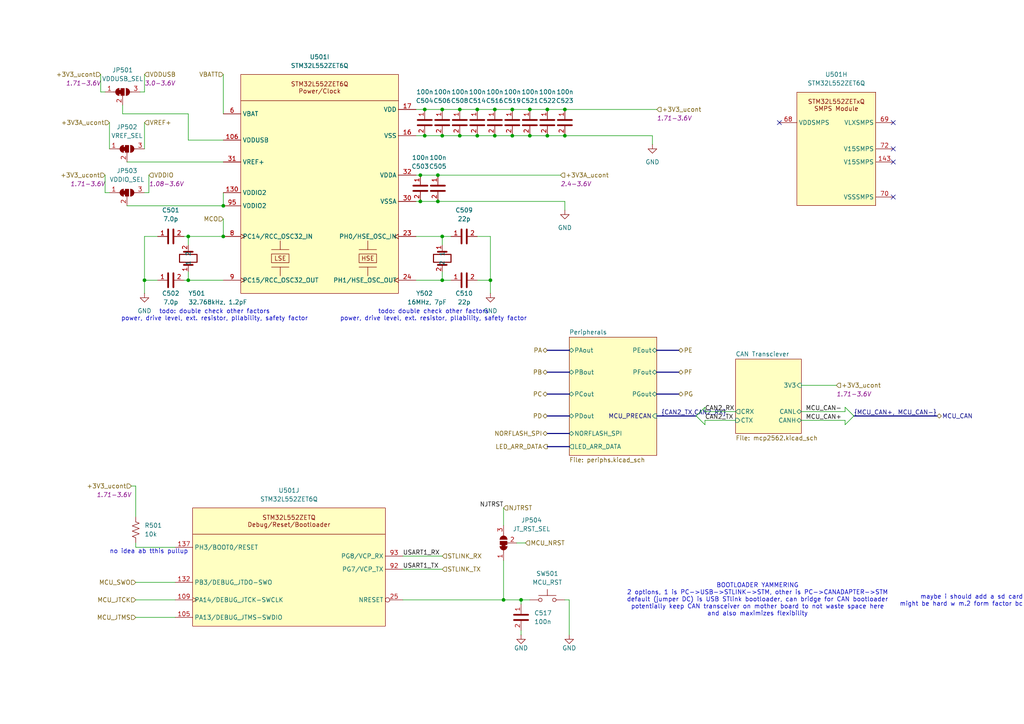
<source format=kicad_sch>
(kicad_sch (version 20250114) (generator "eeschema") (generator_version "9.0")
  (paper "A4")
  (lib_symbols
    (symbol "DUUC_lib:STM32L552ZET6Q"
      (property "Reference" "U?" (at 0 35.56 0))
      (property "Value" "STM32L552ZET6Q" (at 0 33.02 0))
      (symbol "STM32L552ZET6Q_1_1"
        (text "STM32L552ZET6Q\nPeripheral sec. A" (at 0 26.67 0) (effects (font (size 1.27 1.27))))
        (pin bidirectional line (at 2.54 17.78 180) (length 5.08) (name "PA0") (number "33"))
        (pin bidirectional line (at 2.54 12.7 180) (length 5.08) (name "PA1") (number "34"))
        (pin bidirectional line (at 2.54 7.62 180) (length 5.08) (name "PA2") (number "35"))
        (pin bidirectional line (at 2.54 2.54 180) (length 5.08) (name "PA3") (number "36"))
        (pin bidirectional line (at 2.54 -2.54 180) (length 5.08) (name "PA4") (number "39"))
        (pin bidirectional line (at 2.54 -7.62 180) (length 5.08) (name "PA5") (number "40"))
        (pin bidirectional line (at 2.54 -12.7 180) (length 5.08) (name "PA6") (number "41"))
        (pin bidirectional line (at 2.54 -17.78 180) (length 5.08) (name "PA7") (number "42"))
        (pin bidirectional line (at 2.54 -22.86 180) (length 5.08) (name "PA8") (number "100"))
        (pin bidirectional line (at 2.54 -27.94 180) (length 5.08) (name "PA9") (number "101"))
        (pin bidirectional line (at 2.54 -33.02 180) (length 5.08) (name "PA10") (number "102"))
        (pin bidirectional line (at 2.54 -38.1 180) (length 5.08) (name "PA11") (number "103"))
        (pin bidirectional line (at 2.54 -43.18 180) (length 5.08) (name "PA12") (number "104"))
        (pin bidirectional line (at 2.54 -48.26 180) (length 5.08) (name "PA15") (number "110"))
      )
      (symbol "STM32L552ZET6Q_2_1"
        (text "STM32L552ZET6Q\nPeripheral sec. B" (at 0 26.67 0) (effects (font (size 1.27 1.27))))
        (pin bidirectional line (at 2.54 17.78 180) (length 5.08) (name "PB0") (number "43"))
        (pin bidirectional line (at 2.54 12.7 180) (length 5.08) (name "PB1") (number "44"))
        (pin bidirectional line (at 2.54 7.62 180) (length 5.08) (name "PB2") (number "45"))
        (pin bidirectional line (at 2.54 2.54 180) (length 5.08) (name "PB4") (number "133"))
        (pin bidirectional line (at 2.54 -2.54 180) (length 5.08) (name "PB5") (number "134"))
        (pin bidirectional line (at 2.54 -7.62 180) (length 5.08) (name "PB6") (number "135"))
        (pin bidirectional line (at 2.54 -12.7 180) (length 5.08) (name "PB7") (number "136"))
        (pin bidirectional line (at 2.54 -17.78 180) (length 5.08) (name "PB8") (number "138"))
        (pin bidirectional line (at 2.54 -22.86 180) (length 5.08) (name "PB9") (number "139"))
        (pin bidirectional line (at 2.54 -27.94 180) (length 5.08) (name "PB10") (number "66"))
        (pin bidirectional line (at 2.54 -33.02 180) (length 5.08) (name "PB11") (number "67"))
        (pin bidirectional line (at 2.54 -38.1 180) (length 5.08) (name "PB13") (number "74"))
        (pin bidirectional line (at 2.54 -43.18 180) (length 5.08) (name "PB14") (number "75"))
        (pin bidirectional line (at 2.54 -48.26 180) (length 5.08) (name "PB15") (number "76"))
      )
      (symbol "STM32L552ZET6Q_3_1"
        (text "STM32L552ZET6Q\nPeripheral sec. C" (at 0 26.67 0) (effects (font (size 1.27 1.27))))
        (pin bidirectional line (at 2.54 17.78 180) (length 5.08) (name "PC0") (number "26"))
        (pin bidirectional line (at 2.54 12.7 180) (length 5.08) (name "PC1") (number "27"))
        (pin bidirectional line (at 2.54 7.62 180) (length 5.08) (name "PC2") (number "28"))
        (pin bidirectional line (at 2.54 2.54 180) (length 5.08) (name "PC3") (number "29"))
        (pin bidirectional line (at 2.54 -2.54 180) (length 5.08) (name "PC6") (number "96"))
        (pin bidirectional line (at 2.54 -7.62 180) (length 5.08) (name "PC7") (number "97"))
        (pin bidirectional line (at 2.54 -12.7 180) (length 5.08) (name "PC8") (number "98"))
        (pin bidirectional line (at 2.54 -17.78 180) (length 5.08) (name "PC9") (number "99"))
        (pin bidirectional line (at 2.54 -22.86 180) (length 5.08) (name "PC10") (number "111"))
        (pin bidirectional line (at 2.54 -27.94 180) (length 5.08) (name "PC11") (number "112"))
        (pin bidirectional line (at 2.54 -33.02 180) (length 5.08) (name "PC12") (number "113"))
        (pin bidirectional line (at 2.54 -38.1 180) (length 5.08) (name "PC13") (number "7"))
      )
      (symbol "STM32L552ZET6Q_4_1"
        (text "STM32L552ZET6Q\nPeripheral sec. D" (at 0 26.67 0) (effects (font (size 1.27 1.27))))
        (pin bidirectional line (at 2.54 17.78 180) (length 5.08) (name "PD0") (number "114"))
        (pin bidirectional line (at 2.54 12.7 180) (length 5.08) (name "PD1") (number "115"))
        (pin bidirectional line (at 2.54 7.62 180) (length 5.08) (name "PD2") (number "116"))
        (pin bidirectional line (at 2.54 2.54 180) (length 5.08) (name "PD3") (number "117"))
        (pin bidirectional line (at 2.54 -2.54 180) (length 5.08) (name "PD4") (number "118"))
        (pin bidirectional line (at 2.54 -7.62 180) (length 5.08) (name "PD5") (number "119"))
        (pin bidirectional line (at 2.54 -12.7 180) (length 5.08) (name "PD6") (number "122"))
        (pin bidirectional line (at 2.54 -17.78 180) (length 5.08) (name "PD7") (number "123"))
        (pin bidirectional line (at 2.54 -22.86 180) (length 5.08) (name "PD8") (number "77"))
        (pin bidirectional line (at 2.54 -27.94 180) (length 5.08) (name "PD9") (number "78"))
        (pin bidirectional line (at 2.54 -33.02 180) (length 5.08) (name "PD10") (number "79"))
        (pin bidirectional line (at 2.54 -38.1 180) (length 5.08) (name "PD11") (number "80"))
        (pin bidirectional line (at 2.54 -43.18 180) (length 5.08) (name "PD12") (number "81"))
        (pin bidirectional line (at 2.54 -48.26 180) (length 5.08) (name "PD13") (number "82"))
        (pin bidirectional line (at 2.54 -53.34 180) (length 5.08) (name "PD14") (number "85"))
        (pin bidirectional line (at 2.54 -58.42 180) (length 5.08) (name "PD15") (number "86"))
      )
      (symbol "STM32L552ZET6Q_5_1"
        (text "STM32L552ZET6Q\nPeripheral sec. E" (at 0 26.67 0) (effects (font (size 1.27 1.27))))
        (pin bidirectional line (at 2.54 17.78 180) (length 5.08) (name "PE0") (number "140"))
        (pin bidirectional line (at 2.54 12.7 180) (length 5.08) (name "PE1") (number "141"))
        (pin bidirectional line (at 2.54 7.62 180) (length 5.08) (name "PE2") (number "1"))
        (pin bidirectional line (at 2.54 2.54 180) (length 5.08) (name "PE3") (number "2"))
        (pin bidirectional line (at 2.54 -2.54 180) (length 5.08) (name "PE4") (number "3"))
        (pin bidirectional line (at 2.54 -7.62 180) (length 5.08) (name "PE5") (number "4"))
        (pin bidirectional line (at 2.54 -12.7 180) (length 5.08) (name "PE6") (number "5"))
        (pin bidirectional line (at 2.54 -17.78 180) (length 5.08) (name "PE7") (number "55"))
        (pin bidirectional line (at 2.54 -22.86 180) (length 5.08) (name "PE8") (number "56"))
        (pin bidirectional line (at 2.54 -27.94 180) (length 5.08) (name "PE9") (number "57"))
        (pin bidirectional line (at 2.54 -33.02 180) (length 5.08) (name "PE10") (number "60"))
        (pin bidirectional line (at 2.54 -38.1 180) (length 5.08) (name "PE11") (number "61"))
        (pin bidirectional line (at 2.54 -43.18 180) (length 5.08) (name "PE12") (number "62"))
        (pin bidirectional line (at 2.54 -48.26 180) (length 5.08) (name "PE13") (number "63"))
        (pin bidirectional line (at 2.54 -53.34 180) (length 5.08) (name "PE14") (number "64"))
        (pin bidirectional line (at 2.54 -58.42 180) (length 5.08) (name "PE15") (number "65"))
      )
      (symbol "STM32L552ZET6Q_6_1"
        (text "STM32L552ZET6Q\nPeripheral sec. F" (at 0 26.67 0) (effects (font (size 1.27 1.27))))
        (pin bidirectional line (at 2.54 17.78 180) (length 5.08) (name "PF0") (number "10"))
        (pin bidirectional line (at 2.54 12.7 180) (length 5.08) (name "PF1") (number "11"))
        (pin bidirectional line (at 2.54 7.62 180) (length 5.08) (name "PF2") (number "12"))
        (pin bidirectional line (at 2.54 2.54 180) (length 5.08) (name "PF3") (number "13"))
        (pin bidirectional line (at 2.54 -2.54 180) (length 5.08) (name "PF4") (number "14"))
        (pin bidirectional line (at 2.54 -7.62 180) (length 5.08) (name "PF5") (number "15"))
        (pin bidirectional line (at 2.54 -12.7 180) (length 5.08) (name "PF6") (number "18"))
        (pin bidirectional line (at 2.54 -17.78 180) (length 5.08) (name "PF7") (number "19"))
        (pin bidirectional line (at 2.54 -22.86 180) (length 5.08) (name "PF8") (number "20"))
        (pin bidirectional line (at 2.54 -27.94 180) (length 5.08) (name "PF9") (number "21"))
        (pin bidirectional line (at 2.54 -33.02 180) (length 5.08) (name "PF10") (number "22"))
        (pin bidirectional line (at 2.54 -38.1 180) (length 5.08) (name "PF11") (number "46"))
        (pin bidirectional line (at 2.54 -43.18 180) (length 5.08) (name "PF12") (number "47"))
        (pin bidirectional line (at 2.54 -48.26 180) (length 5.08) (name "PF13") (number "50"))
        (pin bidirectional line (at 2.54 -53.34 180) (length 5.08) (name "PF14") (number "51"))
        (pin bidirectional line (at 2.54 -58.42 180) (length 5.08) (name "PF15") (number "52"))
      )
      (symbol "STM32L552ZET6Q_7_1"
        (text "STM32L552ZET6Q\nPeripheral sec. G" (at 0 26.67 0) (effects (font (size 1.27 1.27))))
        (pin bidirectional line (at 2.54 17.78 180) (length 5.08) (name "PG0") (number "53"))
        (pin bidirectional line (at 2.54 12.7 180) (length 5.08) (name "PG1") (number "54"))
        (pin bidirectional line (at 2.54 7.62 180) (length 5.08) (name "PG2") (number "87"))
        (pin bidirectional line (at 2.54 2.54 180) (length 5.08) (name "PG3") (number "88"))
        (pin bidirectional line (at 2.54 -2.54 180) (length 5.08) (name "PG4") (number "89"))
        (pin bidirectional line (at 2.54 -7.62 180) (length 5.08) (name "PG5") (number "90"))
        (pin bidirectional line (at 2.54 -12.7 180) (length 5.08) (name "PG6") (number "91"))
        (pin bidirectional line (at 2.54 -17.78 180) (length 5.08) (name "PG9") (number "124"))
        (pin bidirectional line (at 2.54 -22.86 180) (length 5.08) (name "PG10") (number "125"))
        (pin bidirectional line (at 2.54 -27.94 180) (length 5.08) (name "PG12") (number "126"))
        (pin bidirectional line (at 2.54 -33.02 180) (length 5.08) (name "PG13") (number "127"))
        (pin bidirectional line (at 2.54 -38.1 180) (length 5.08) (name "PG14") (number "128"))
        (pin bidirectional line (at 2.54 -43.18 180) (length 5.08) (name "PG15") (number "131"))
      )
      (symbol "STM32L552ZET6Q_8_1"
        (unit_name "SMPS")
        (text "STM32L552ZETxQ\nSMPS Module" (at 0 26.67 0) (effects (font (size 1.27 1.27))))
        (pin power_in line (at -16.51 21.59 0) (length 5.08) (name "VDDSMPS") (number "68"))
        (pin power_in line (at 16.51 21.59 180) (length 5.08) (name "VLXSMPS") (number "69"))
        (pin power_in line (at 16.51 13.97 180) (length 5.08) (name "V15SMPS") (number "72"))
        (pin power_in line (at 16.51 10.16 180) (length 5.08) (name "V15SMPS") (number "143"))
        (pin power_in line (at 16.51 0 180) (length 5.08) (name "VSSSMPS") (number "70"))
      )
      (symbol "STM32L552ZET6Q_9_1"
        (unit_name "Power/Clock")
        (text "LSE" (at -11.43 -22.86 0) (effects (font (size 1.27 1.27))))
        (text "STM32L552ZET6Q\nPower/Clock" (at 0 26.67 0) (effects (font (size 1.27 1.27))))
        (text "HSE" (at 13.97 -22.86 0) (effects (font (size 1.27 1.27))))
        (pin power_in line (at -27.94 19.05 0) (length 5.08) (name "VBAT") (number "6"))
        (pin power_in line (at -27.94 11.43 0) (length 5.08) (name "VDDUSB") (number "106"))
        (pin input line (at -27.94 5.08 0) (length 5.08) (name "VREF+") (number "31"))
        (pin power_in line (at -27.94 -1.27 0) (length 5.08) (name "VDDIO2") (number "130"))
        (pin power_in line (at -27.94 -5.08 0) (length 5.08) (name "VDDIO2") (number "95"))
        (pin input clock (at -27.94 -16.51 0) (length 5.08) (name "PC14/RCC_OSC32_IN") (number "8"))
        (pin input clock (at -27.94 -29.21 0) (length 5.08) (name "PC15/RCC_OSC32_OUT") (number "9"))
        (pin power_in line (at 27.94 20.32 180) (length 5.08) (hide yes) (name "VDD") (number "108"))
        (pin power_in line (at 27.94 20.32 180) (length 5.08) (hide yes) (name "VDD") (number "121"))
        (pin power_in line (at 27.94 20.32 180) (length 5.08) (hide yes) (name "VDD") (number "144"))
        (pin power_in line (at 27.94 20.32 180) (length 5.08) (name "VDD") (number "17"))
        (pin power_in line (at 27.94 20.32 180) (length 5.08) (hide yes) (name "VDD") (number "38"))
        (pin power_in line (at 27.94 20.32 180) (length 5.08) (hide yes) (name "VDD") (number "49"))
        (pin power_in line (at 27.94 20.32 180) (length 5.08) (hide yes) (name "VDD") (number "59"))
        (pin power_in line (at 27.94 20.32 180) (length 5.08) (hide yes) (name "VDD") (number "73"))
        (pin power_in line (at 27.94 20.32 180) (length 5.08) (hide yes) (name "VDD") (number "84"))
        (pin power_in line (at 27.94 12.7 180) (length 5.08) (hide yes) (name "VSS") (number "107"))
        (pin power_in line (at 27.94 12.7 180) (length 5.08) (hide yes) (name "VSS") (number "120"))
        (pin power_in line (at 27.94 12.7 180) (length 5.08) (hide yes) (name "VSS") (number "129"))
        (pin power_in line (at 27.94 12.7 180) (length 5.08) (hide yes) (name "VSS") (number "142"))
        (pin power_in line (at 27.94 12.7 180) (length 5.08) (name "VSS") (number "16"))
        (pin power_in line (at 27.94 12.7 180) (length 5.08) (hide yes) (name "VSS") (number "37"))
        (pin power_in line (at 27.94 12.7 180) (length 5.08) (hide yes) (name "VSS") (number "48"))
        (pin power_in line (at 27.94 12.7 180) (length 5.08) (hide yes) (name "VSS") (number "58"))
        (pin power_in line (at 27.94 12.7 180) (length 5.08) (hide yes) (name "VSS") (number "71"))
        (pin power_in line (at 27.94 12.7 180) (length 5.08) (hide yes) (name "VSS") (number "83"))
        (pin power_in line (at 27.94 12.7 180) (length 5.08) (hide yes) (name "VSS") (number "94"))
        (pin power_in line (at 27.94 1.27 180) (length 5.08) (name "VDDA") (number "32"))
        (pin power_in line (at 27.94 -6.35 180) (length 5.08) (name "VSSA") (number "30"))
        (pin input clock (at 27.94 -16.51 180) (length 5.08) (name "PH0/HSE_OSC_IN") (number "23"))
        (pin input clock (at 27.94 -29.21 180) (length 5.08) (name "PH1/HSE_OSC_OUT") (number "24"))
      )
      (symbol "STM32L552ZET6Q_10_1"
        (unit_name "Debug/Reset/Bootloader")
        (text "STM32L552ZETQ\nDebug/Reset/Bootloader" (at 0 27.94 0) (effects (font (size 1.27 1.27))))
        (pin input line (at -33.02 20.32 0) (length 5.08) (name "PH3/BOOT0/RESET") (number "137"))
        (pin bidirectional line (at -33.02 10.16 0) (length 5.08) (name "PB3/DEBUG_JTDO-SWO") (number "132"))
        (pin bidirectional clock (at -33.02 5.08 0) (length 5.08) (name "PA14/DEBUG_JTCK-SWCLK") (number "109"))
        (pin bidirectional line (at -33.02 0 0) (length 5.08) (name "PA13/DEBUG_JTMS-SWDIO") (number "105"))
        (pin bidirectional line (at 33.02 17.78 180) (length 5.08) (name "PG8/VCP_RX") (number "93"))
        (pin bidirectional line (at 33.02 13.97 180) (length 5.08) (name "PG7/VCP_TX") (number "92"))
        (pin input inverted (at 33.02 5.08 180) (length 5.08) (name "NRESET") (number "25"))
      )
    )
    (symbol "Jumper:SolderJumper_3_Bridged12" (pin_names (offset 0) (hide yes)) (exclude_from_sim yes) (in_bom no)
      (property "Reference" "JP" (at -2.54 -2.54 0))
      (property "Value" "SolderJumper_3_Bridged12" (at 0 2.794 0))
      (symbol "SolderJumper_3_Bridged12_1_1"
        (pin passive line (at -5.08 0 0) (length 2.54) (name "A") (number "1"))
        (pin passive line (at 0 -3.81 90) (length 2.54) (name "C") (number "2"))
        (pin passive line (at 5.08 0 180) (length 2.54) (name "B") (number "3"))
      )
    )
    (symbol "STM32L552ZET6Q_1"
      (property "Reference" "U?" (at 0 35.56 0))
      (property "Value" "STM32L552ZET6Q" (at 0 33.02 0))
      (symbol "STM32L552ZET6Q_1_1_1"
        (text "STM32L552ZET6Q\nPeripheral sec. A" (at 0 26.67 0) (effects (font (size 1.27 1.27))))
        (pin bidirectional line (at 2.54 17.78 180) (length 5.08) (name "PA0") (number "33"))
        (pin bidirectional line (at 2.54 12.7 180) (length 5.08) (name "PA1") (number "34"))
        (pin bidirectional line (at 2.54 7.62 180) (length 5.08) (name "PA2") (number "35"))
        (pin bidirectional line (at 2.54 2.54 180) (length 5.08) (name "PA3") (number "36"))
        (pin bidirectional line (at 2.54 -2.54 180) (length 5.08) (name "PA4") (number "39"))
        (pin bidirectional line (at 2.54 -7.62 180) (length 5.08) (name "PA5") (number "40"))
        (pin bidirectional line (at 2.54 -12.7 180) (length 5.08) (name "PA6") (number "41"))
        (pin bidirectional line (at 2.54 -17.78 180) (length 5.08) (name "PA7") (number "42"))
        (pin bidirectional line (at 2.54 -22.86 180) (length 5.08) (name "PA8") (number "100"))
        (pin bidirectional line (at 2.54 -27.94 180) (length 5.08) (name "PA9") (number "101"))
        (pin bidirectional line (at 2.54 -33.02 180) (length 5.08) (name "PA10") (number "102"))
        (pin bidirectional line (at 2.54 -38.1 180) (length 5.08) (name "PA11") (number "103"))
        (pin bidirectional line (at 2.54 -43.18 180) (length 5.08) (name "PA12") (number "104"))
        (pin bidirectional line (at 2.54 -48.26 180) (length 5.08) (name "PA15") (number "110"))
      )
      (symbol "STM32L552ZET6Q_1_2_1"
        (text "STM32L552ZET6Q\nPeripheral sec. B" (at 0 26.67 0) (effects (font (size 1.27 1.27))))
        (pin bidirectional line (at 2.54 17.78 180) (length 5.08) (name "PB0") (number "43"))
        (pin bidirectional line (at 2.54 12.7 180) (length 5.08) (name "PB1") (number "44"))
        (pin bidirectional line (at 2.54 7.62 180) (length 5.08) (name "PB2") (number "45"))
        (pin bidirectional line (at 2.54 2.54 180) (length 5.08) (name "PB4") (number "133"))
        (pin bidirectional line (at 2.54 -2.54 180) (length 5.08) (name "PB5") (number "134"))
        (pin bidirectional line (at 2.54 -7.62 180) (length 5.08) (name "PB6") (number "135"))
        (pin bidirectional line (at 2.54 -12.7 180) (length 5.08) (name "PB7") (number "136"))
        (pin bidirectional line (at 2.54 -17.78 180) (length 5.08) (name "PB8") (number "138"))
        (pin bidirectional line (at 2.54 -22.86 180) (length 5.08) (name "PB9") (number "139"))
        (pin bidirectional line (at 2.54 -27.94 180) (length 5.08) (name "PB10") (number "66"))
        (pin bidirectional line (at 2.54 -33.02 180) (length 5.08) (name "PB11") (number "67"))
        (pin bidirectional line (at 2.54 -38.1 180) (length 5.08) (name "PB13") (number "74"))
        (pin bidirectional line (at 2.54 -43.18 180) (length 5.08) (name "PB14") (number "75"))
        (pin bidirectional line (at 2.54 -48.26 180) (length 5.08) (name "PB15") (number "76"))
      )
      (symbol "STM32L552ZET6Q_1_3_1"
        (text "STM32L552ZET6Q\nPeripheral sec. C" (at 0 26.67 0) (effects (font (size 1.27 1.27))))
        (pin bidirectional line (at 2.54 17.78 180) (length 5.08) (name "PC0") (number "26"))
        (pin bidirectional line (at 2.54 12.7 180) (length 5.08) (name "PC1") (number "27"))
        (pin bidirectional line (at 2.54 7.62 180) (length 5.08) (name "PC2") (number "28"))
        (pin bidirectional line (at 2.54 2.54 180) (length 5.08) (name "PC3") (number "29"))
        (pin bidirectional line (at 2.54 -2.54 180) (length 5.08) (name "PC6") (number "96"))
        (pin bidirectional line (at 2.54 -7.62 180) (length 5.08) (name "PC7") (number "97"))
        (pin bidirectional line (at 2.54 -12.7 180) (length 5.08) (name "PC8") (number "98"))
        (pin bidirectional line (at 2.54 -17.78 180) (length 5.08) (name "PC9") (number "99"))
        (pin bidirectional line (at 2.54 -22.86 180) (length 5.08) (name "PC10") (number "111"))
        (pin bidirectional line (at 2.54 -27.94 180) (length 5.08) (name "PC11") (number "112"))
        (pin bidirectional line (at 2.54 -33.02 180) (length 5.08) (name "PC12") (number "113"))
        (pin bidirectional line (at 2.54 -38.1 180) (length 5.08) (name "PC13") (number "7"))
      )
      (symbol "STM32L552ZET6Q_1_4_1"
        (text "STM32L552ZET6Q\nPeripheral sec. D" (at 0 26.67 0) (effects (font (size 1.27 1.27))))
        (pin bidirectional line (at 2.54 17.78 180) (length 5.08) (name "PD0") (number "114"))
        (pin bidirectional line (at 2.54 12.7 180) (length 5.08) (name "PD1") (number "115"))
        (pin bidirectional line (at 2.54 7.62 180) (length 5.08) (name "PD2") (number "116"))
        (pin bidirectional line (at 2.54 2.54 180) (length 5.08) (name "PD3") (number "117"))
        (pin bidirectional line (at 2.54 -2.54 180) (length 5.08) (name "PD4") (number "118"))
        (pin bidirectional line (at 2.54 -7.62 180) (length 5.08) (name "PD5") (number "119"))
        (pin bidirectional line (at 2.54 -12.7 180) (length 5.08) (name "PD6") (number "122"))
        (pin bidirectional line (at 2.54 -17.78 180) (length 5.08) (name "PD7") (number "123"))
        (pin bidirectional line (at 2.54 -22.86 180) (length 5.08) (name "PD8") (number "77"))
        (pin bidirectional line (at 2.54 -27.94 180) (length 5.08) (name "PD9") (number "78"))
        (pin bidirectional line (at 2.54 -33.02 180) (length 5.08) (name "PD10") (number "79"))
        (pin bidirectional line (at 2.54 -38.1 180) (length 5.08) (name "PD11") (number "80"))
        (pin bidirectional line (at 2.54 -43.18 180) (length 5.08) (name "PD12") (number "81"))
        (pin bidirectional line (at 2.54 -48.26 180) (length 5.08) (name "PD13") (number "82"))
        (pin bidirectional line (at 2.54 -53.34 180) (length 5.08) (name "PD14") (number "85"))
        (pin bidirectional line (at 2.54 -58.42 180) (length 5.08) (name "PD15") (number "86"))
      )
      (symbol "STM32L552ZET6Q_1_5_1"
        (text "STM32L552ZET6Q\nPeripheral sec. E" (at 0 26.67 0) (effects (font (size 1.27 1.27))))
        (pin bidirectional line (at 2.54 17.78 180) (length 5.08) (name "PE0") (number "140"))
        (pin bidirectional line (at 2.54 12.7 180) (length 5.08) (name "PE1") (number "141"))
        (pin bidirectional line (at 2.54 7.62 180) (length 5.08) (name "PE2") (number "1"))
        (pin bidirectional line (at 2.54 2.54 180) (length 5.08) (name "PE3") (number "2"))
        (pin bidirectional line (at 2.54 -2.54 180) (length 5.08) (name "PE4") (number "3"))
        (pin bidirectional line (at 2.54 -7.62 180) (length 5.08) (name "PE5") (number "4"))
        (pin bidirectional line (at 2.54 -12.7 180) (length 5.08) (name "PE6") (number "5"))
        (pin bidirectional line (at 2.54 -17.78 180) (length 5.08) (name "PE7") (number "55"))
        (pin bidirectional line (at 2.54 -22.86 180) (length 5.08) (name "PE8") (number "56"))
        (pin bidirectional line (at 2.54 -27.94 180) (length 5.08) (name "PE9") (number "57"))
        (pin bidirectional line (at 2.54 -33.02 180) (length 5.08) (name "PE10") (number "60"))
        (pin bidirectional line (at 2.54 -38.1 180) (length 5.08) (name "PE11") (number "61"))
        (pin bidirectional line (at 2.54 -43.18 180) (length 5.08) (name "PE12") (number "62"))
        (pin bidirectional line (at 2.54 -48.26 180) (length 5.08) (name "PE13") (number "63"))
        (pin bidirectional line (at 2.54 -53.34 180) (length 5.08) (name "PE14") (number "64"))
        (pin bidirectional line (at 2.54 -58.42 180) (length 5.08) (name "PE15") (number "65"))
      )
      (symbol "STM32L552ZET6Q_1_6_1"
        (text "STM32L552ZET6Q\nPeripheral sec. F" (at 0 26.67 0) (effects (font (size 1.27 1.27))))
        (pin bidirectional line (at 2.54 17.78 180) (length 5.08) (name "PF0") (number "10"))
        (pin bidirectional line (at 2.54 12.7 180) (length 5.08) (name "PF1") (number "11"))
        (pin bidirectional line (at 2.54 7.62 180) (length 5.08) (name "PF2") (number "12"))
        (pin bidirectional line (at 2.54 2.54 180) (length 5.08) (name "PF3") (number "13"))
        (pin bidirectional line (at 2.54 -2.54 180) (length 5.08) (name "PF4") (number "14"))
        (pin bidirectional line (at 2.54 -7.62 180) (length 5.08) (name "PF5") (number "15"))
        (pin bidirectional line (at 2.54 -12.7 180) (length 5.08) (name "PF6") (number "18"))
        (pin bidirectional line (at 2.54 -17.78 180) (length 5.08) (name "PF7") (number "19"))
        (pin bidirectional line (at 2.54 -22.86 180) (length 5.08) (name "PF8") (number "20"))
        (pin bidirectional line (at 2.54 -27.94 180) (length 5.08) (name "PF9") (number "21"))
        (pin bidirectional line (at 2.54 -33.02 180) (length 5.08) (name "PF10") (number "22"))
        (pin bidirectional line (at 2.54 -38.1 180) (length 5.08) (name "PF11") (number "46"))
        (pin bidirectional line (at 2.54 -43.18 180) (length 5.08) (name "PF12") (number "47"))
        (pin bidirectional line (at 2.54 -48.26 180) (length 5.08) (name "PF13") (number "50"))
        (pin bidirectional line (at 2.54 -53.34 180) (length 5.08) (name "PF14") (number "51"))
        (pin bidirectional line (at 2.54 -58.42 180) (length 5.08) (name "PF15") (number "52"))
      )
      (symbol "STM32L552ZET6Q_1_7_1"
        (text "STM32L552ZET6Q\nPeripheral sec. G" (at 0 26.67 0) (effects (font (size 1.27 1.27))))
        (pin bidirectional line (at 2.54 17.78 180) (length 5.08) (name "PG0") (number "53"))
        (pin bidirectional line (at 2.54 12.7 180) (length 5.08) (name "PG1") (number "54"))
        (pin bidirectional line (at 2.54 7.62 180) (length 5.08) (name "PG2") (number "87"))
        (pin bidirectional line (at 2.54 2.54 180) (length 5.08) (name "PG3") (number "88"))
        (pin bidirectional line (at 2.54 -2.54 180) (length 5.08) (name "PG4") (number "89"))
        (pin bidirectional line (at 2.54 -7.62 180) (length 5.08) (name "PG5") (number "90"))
        (pin bidirectional line (at 2.54 -12.7 180) (length 5.08) (name "PG6") (number "91"))
        (pin bidirectional line (at 2.54 -17.78 180) (length 5.08) (name "PG9") (number "124"))
        (pin bidirectional line (at 2.54 -22.86 180) (length 5.08) (name "PG10") (number "125"))
        (pin bidirectional line (at 2.54 -27.94 180) (length 5.08) (name "PG12") (number "126"))
        (pin bidirectional line (at 2.54 -33.02 180) (length 5.08) (name "PG13") (number "127"))
        (pin bidirectional line (at 2.54 -38.1 180) (length 5.08) (name "PG14") (number "128"))
        (pin bidirectional line (at 2.54 -43.18 180) (length 5.08) (name "PG15") (number "131"))
      )
      (symbol "STM32L552ZET6Q_1_8_1"
        (unit_name "SMPS")
        (text "STM32L552ZETxQ\nSMPS Module" (at 0 26.67 0) (effects (font (size 1.27 1.27))))
        (pin power_in line (at -16.51 21.59 0) (length 5.08) (name "VDDSMPS") (number "68"))
        (pin power_in line (at 16.51 21.59 180) (length 5.08) (name "VLXSMPS") (number "69"))
        (pin power_in line (at 16.51 13.97 180) (length 5.08) (name "V15SMPS") (number "72"))
        (pin power_in line (at 16.51 10.16 180) (length 5.08) (name "V15SMPS") (number "143"))
        (pin power_in line (at 16.51 0 180) (length 5.08) (name "VSSSMPS") (number "70"))
      )
      (symbol "STM32L552ZET6Q_1_9_1"
        (unit_name "Power/Clock")
        (text "LSE" (at -11.43 -22.86 0) (effects (font (size 1.27 1.27))))
        (text "STM32L552ZET6Q\nPower/Clock" (at 0 26.67 0) (effects (font (size 1.27 1.27))))
        (text "HSE" (at 13.97 -22.86 0) (effects (font (size 1.27 1.27))))
        (pin power_in line (at -27.94 19.05 0) (length 5.08) (name "VBAT") (number "6"))
        (pin power_in line (at -27.94 11.43 0) (length 5.08) (name "VDDUSB") (number "106"))
        (pin input line (at -27.94 5.08 0) (length 5.08) (name "VREF+") (number "31"))
        (pin power_in line (at -27.94 -3.81 0) (length 5.08) (name "VDDIO2") (number "130"))
        (pin power_in line (at -27.94 -7.62 0) (length 5.08) (name "VDDIO2") (number "95"))
        (pin input clock (at -27.94 -16.51 0) (length 5.08) (name "PC14/RCC_OSC32_IN") (number "8"))
        (pin input clock (at -27.94 -29.21 0) (length 5.08) (name "PC15/RCC_OSC32_OUT") (number "9"))
        (pin power_in line (at 27.94 20.32 180) (length 5.08) (hide yes) (name "VDD") (number "108"))
        (pin power_in line (at 27.94 20.32 180) (length 5.08) (hide yes) (name "VDD") (number "121"))
        (pin power_in line (at 27.94 20.32 180) (length 5.08) (hide yes) (name "VDD") (number "144"))
        (pin power_in line (at 27.94 20.32 180) (length 5.08) (name "VDD") (number "17"))
        (pin power_in line (at 27.94 20.32 180) (length 5.08) (hide yes) (name "VDD") (number "38"))
        (pin power_in line (at 27.94 20.32 180) (length 5.08) (hide yes) (name "VDD") (number "49"))
        (pin power_in line (at 27.94 20.32 180) (length 5.08) (hide yes) (name "VDD") (number "59"))
        (pin power_in line (at 27.94 20.32 180) (length 5.08) (hide yes) (name "VDD") (number "73"))
        (pin power_in line (at 27.94 20.32 180) (length 5.08) (hide yes) (name "VDD") (number "84"))
        (pin power_in line (at 27.94 12.7 180) (length 5.08) (hide yes) (name "VSS") (number "107"))
        (pin power_in line (at 27.94 12.7 180) (length 5.08) (hide yes) (name "VSS") (number "120"))
        (pin power_in line (at 27.94 12.7 180) (length 5.08) (hide yes) (name "VSS") (number "129"))
        (pin power_in line (at 27.94 12.7 180) (length 5.08) (hide yes) (name "VSS") (number "142"))
        (pin power_in line (at 27.94 12.7 180) (length 5.08) (name "VSS") (number "16"))
        (pin power_in line (at 27.94 12.7 180) (length 5.08) (hide yes) (name "VSS") (number "37"))
        (pin power_in line (at 27.94 12.7 180) (length 5.08) (hide yes) (name "VSS") (number "48"))
        (pin power_in line (at 27.94 12.7 180) (length 5.08) (hide yes) (name "VSS") (number "58"))
        (pin power_in line (at 27.94 12.7 180) (length 5.08) (hide yes) (name "VSS") (number "71"))
        (pin power_in line (at 27.94 12.7 180) (length 5.08) (hide yes) (name "VSS") (number "83"))
        (pin power_in line (at 27.94 12.7 180) (length 5.08) (hide yes) (name "VSS") (number "94"))
        (pin power_in line (at 27.94 1.27 180) (length 5.08) (name "VDDA") (number "32"))
        (pin power_in line (at 27.94 -6.35 180) (length 5.08) (name "VSSA") (number "30"))
        (pin input clock (at 27.94 -16.51 180) (length 5.08) (name "PH0/HSE_OSC_IN") (number "23"))
        (pin input clock (at 27.94 -29.21 180) (length 5.08) (name "PH1/HSE_OSC_OUT") (number "24"))
      )
      (symbol "STM32L552ZET6Q_1_10_1"
        (unit_name "Debug/Reset/Bootloader")
        (text "STM32L552ZETQ\nDebug/Reset/Bootloader" (at 0 27.94 0) (effects (font (size 1.27 1.27))))
        (pin input line (at -33.02 20.32 0) (length 5.08) (name "PH3/BOOT0/RESET") (number "137"))
        (pin bidirectional line (at -33.02 10.16 0) (length 5.08) (name "PB3/DEBUG_JTDO-SWO") (number "132"))
        (pin bidirectional clock (at -33.02 5.08 0) (length 5.08) (name "PA14/DEBUG_JTCK-SWCLK") (number "109"))
        (pin bidirectional line (at -33.02 0 0) (length 5.08) (name "PA13/DEBUG_JTMS-SWDIO") (number "105"))
        (pin bidirectional line (at 33.02 17.78 180) (length 5.08) (name "PG8/VCP_RX") (number "93"))
        (pin bidirectional line (at 33.02 13.97 180) (length 5.08) (name "PG7/VCP_TX") (number "92"))
        (pin input inverted (at 33.02 5.08 180) (length 5.08) (name "NRESET") (number "25"))
      )
    )
    (symbol "SolderJumper_3_Bridged12_1" (pin_names (offset 0) (hide yes)) (in_bom no)
      (property "Reference" "JP" (at -2.54 -2.54 0))
      (property "Value" "SolderJumper_3_Bridged12" (at 0 2.794 0))
      (symbol "SolderJumper_3_Bridged12_1_1_1"
        (pin passive line (at -5.08 0 0) (length 2.54) (name "A") (number "1"))
        (pin passive line (at 0 -3.81 90) (length 2.54) (name "C") (number "2"))
        (pin passive line (at 5.08 0 180) (length 2.54) (name "B") (number "3"))
      )
    )
    (symbol "Switch:SW_Push" (pin_numbers (hide yes)) (pin_names (offset 1.016) (hide yes))
      (property "Reference" "SW" (at 1.27 2.54 0))
      (property "Value" "SW_Push" (at 0 -1.524 0))
      (symbol "SW_Push_0_1"
        (pin passive line (at -5.08 0 0) (length 2.54) (name "1") (number "1"))
        (pin passive line (at 5.08 0 180) (length 2.54) (name "2") (number "2"))
      )
    )
    (symbol "bfr_capacitors:0402CG220J500NT"
      (property "Reference" "C" (at 0 2.54 0))
      (property "Value" "22p" (at 1.27 2.54 0))
      (symbol "0402CG220J500NT_1_1"
        (pin passive line (at 0 3.81 270) (length 2.794) (name "~") (number "1"))
        (pin passive line (at 0 -3.81 90) (length 2.794) (name "~") (number "2"))
      )
    )
    (symbol "bfr_capacitors:06035A7R0JAT2A"
      (property "Reference" "C" (at 0 2.54 0))
      (property "Value" "7.0p" (at 1.27 2.54 0))
      (symbol "06035A7R0JAT2A_1_1"
        (pin passive line (at 0 3.81 270) (length 2.794) (name "~") (number "1"))
        (pin passive line (at 0 -3.81 90) (length 2.794) (name "~") (number "2"))
      )
    )
    (symbol "bfr_capacitors:06035C104KAT2A"
      (property "Reference" "C" (at 0 2.54 0))
      (property "Value" "100n" (at 1.27 2.54 0))
      (symbol "06035C104KAT2A_1_1"
        (pin passive line (at 0 3.81 270) (length 2.794) (name "~") (number "1"))
        (pin passive line (at 0 -3.81 90) (length 2.794) (name "~") (number "2"))
      )
    )
    (symbol "bfr_capacitors:CL05B104KB54PNC"
      (property "Reference" "C" (at 0 2.54 0))
      (property "Value" "100n" (at 1.27 2.54 0))
      (symbol "CL05B104KB54PNC_1_1"
        (pin passive line (at 0 3.81 270) (length 2.794) (name "~") (number "1"))
        (pin passive line (at 0 -3.81 90) (length 2.794) (name "~") (number "2"))
      )
    )
    (symbol "bfr_resistors:RMCF0402FT10K0" (pin_numbers (hide yes))
      (property "Reference" "R" (at 0 2.54 0))
      (property "Value" "10k" (at 1.27 2.54 0))
      (symbol "RMCF0402FT10K0_1_1"
        (pin passive line (at -3.81 0 0) (length 1.27) (name "~") (number "1"))
        (pin passive line (at 3.81 0 180) (length 1.27) (name "~") (number "2"))
      )
    )
    (symbol "bfr_utilities:ABM3-16.000MHZ-D2Y-T"
      (property "Reference" "Y?" (at 0 6.35 0))
      (property "Value" "16MHz, 7pF" (at 0 3.81 0))
      (symbol "ABM3-16.000MHZ-D2Y-T_1_1"
        (pin passive line (at -3.81 0 0) (length 1.27) (name "1") (number "1"))
        (pin passive line (at 3.81 0 180) (length 1.27) (name "2") (number "2"))
      )
    )
    (symbol "bfr_utilities:CM8V-T1A-32.768KHZ-4PF-20PPM-TA-QC"
      (property "Reference" "Y" (at 0 6.35 0))
      (property "Value" "32.768kHz, 1.2pF" (at 0 3.81 0))
      (symbol "CM8V-T1A-32.768KHZ-4PF-20PPM-TA-QC_1_1"
        (pin passive line (at -3.81 0 0) (length 1.27) (name "1") (number "1"))
        (pin passive line (at 3.81 0 180) (length 1.27) (name "2") (number "2"))
      )
    )
    (symbol "power:GND" (power) (pin_numbers (hide yes)) (pin_names (offset 0) (hide yes))
      (property "Value" "GND" (at 0 -3.81 0))
      (symbol "GND_1_1"
        (pin power_in line (at 0 0 270) (length 0) (name "~") (number "1"))
      )
    )
  )
  (text "todo: double check other factors\npower, drive level, ext. resistor, pllability, safety factor" (at 125.73 91.44 0) (effects (font (size 1.27 1.27))))
  (text "maybe i should add a sd card slot...\nmight be hard w m.2 form factor bc edge skinny" (at 284.988 174.244 0) (effects (font (size 1.27 1.27))))
  (text "todo: double check other factors\npower, drive level, ext. resistor, pllability, safety factor" (at 62.23 91.44 0) (effects (font (size 1.27 1.27))))
  (text "BOOTLOADER YAMMERING\n2 options, 1 is PC->USB->STLINK->STM, other is PC->CANADAPTER->STM\ndefault (jumper DC) is USB STlink bootloader, can bridge for CAN bootloader\npotentially keep CAN transceiver on mother board to not waste space here\nand also maximizes flexibility" (at 219.71 173.99 0) (effects (font (size 1.27 1.27))))
  (text "no idea ab tthis pullup" (at 43.18 160.02 0) (effects (font (size 1.27 1.27))))
  (junction (at 158.75 39.37))
  (junction (at 64.77 59.69))
  (junction (at 128.27 81.28))
  (junction (at 128.27 39.37))
  (junction (at 54.61 68.58))
  (junction (at 121.92 50.8))
  (junction (at 138.43 31.75))
  (junction (at 146.05 173.99))
  (junction (at 143.51 31.75))
  (junction (at 163.83 31.75))
  (junction (at 151.13 173.99))
  (junction (at 123.19 31.75))
  (junction (at 127 50.8))
  (junction (at 41.91 81.28))
  (junction (at 123.19 39.37))
  (junction (at 153.67 31.75))
  (junction (at 133.35 31.75))
  (junction (at 64.77 68.58))
  (junction (at 153.67 39.37))
  (junction (at 127 58.42))
  (junction (at 142.24 81.28))
  (junction (at 128.27 31.75))
  (junction (at 163.83 39.37))
  (junction (at 121.92 58.42))
  (junction (at 138.43 39.37))
  (junction (at 128.27 68.58))
  (junction (at 133.35 39.37))
  (junction (at 148.59 39.37))
  (junction (at 143.51 39.37))
  (junction (at 148.59 31.75))
  (junction (at 158.75 31.75))
  (junction (at 54.61 81.28))
  (no_connect (at 259.08 43.18))
  (no_connect (at 259.08 35.56))
  (no_connect (at 226.06 35.56))
  (no_connect (at 259.08 46.99))
  (no_connect (at 259.08 57.15))
  (bus_entry (at 247.65 120.65) (size -2.54 -2.54))
  (bus_entry (at 201.93 120.65) (size 2.54 2.54))
  (bus_entry (at 201.93 120.65) (size 2.54 -2.54))
  (bus_entry (at 247.65 120.65) (size -2.54 2.54))
  (wire (pts (xy 232.41 119.38) (xy 245.11 119.38)))
  (wire (pts (xy 133.35 39.37) (xy 138.43 39.37)))
  (wire (pts (xy 163.83 60.96) (xy 163.83 58.42)))
  (wire (pts (xy 64.77 55.88) (xy 64.77 59.69)))
  (wire (pts (xy 36.83 59.69) (xy 64.77 59.69)))
  (bus (pts (xy 158.75 114.3) (xy 165.1 114.3)))
  (wire (pts (xy 142.24 68.58) (xy 138.43 68.58)))
  (wire (pts (xy 31.75 35.56) (xy 31.75 43.18)))
  (bus (pts (xy 158.75 107.95) (xy 165.1 107.95)))
  (wire (pts (xy 151.13 173.99) (xy 151.13 175.26)))
  (wire (pts (xy 64.77 21.59) (xy 64.77 33.02)))
  (wire (pts (xy 41.91 81.28) (xy 41.91 85.09)))
  (wire (pts (xy 142.24 81.28) (xy 138.43 81.28)))
  (wire (pts (xy 128.27 68.58) (xy 130.81 68.58)))
  (wire (pts (xy 29.21 21.59) (xy 29.21 26.67)))
  (wire (pts (xy 121.92 50.8) (xy 120.65 50.8)))
  (wire (pts (xy 121.92 58.42) (xy 120.65 58.42)))
  (wire (pts (xy 148.59 39.37) (xy 153.67 39.37)))
  (wire (pts (xy 133.35 31.75) (xy 138.43 31.75)))
  (wire (pts (xy 120.65 68.58) (xy 128.27 68.58)))
  (wire (pts (xy 41.91 55.88) (xy 43.18 55.88)))
  (wire (pts (xy 41.91 68.58) (xy 41.91 81.28)))
  (wire (pts (xy 30.48 50.8) (xy 30.48 55.88)))
  (wire (pts (xy 35.56 30.48) (xy 35.56 33.02)))
  (wire (pts (xy 41.91 68.58) (xy 45.72 68.58)))
  (wire (pts (xy 39.37 157.48) (xy 39.37 158.75)))
  (wire (pts (xy 242.57 111.76) (xy 232.41 111.76)))
  (wire (pts (xy 43.18 50.8) (xy 43.18 55.88)))
  (wire (pts (xy 116.84 173.99) (xy 146.05 173.99)))
  (wire (pts (xy 245.11 123.19) (xy 245.11 121.92)))
  (wire (pts (xy 146.05 147.32) (xy 146.05 152.4)))
  (wire (pts (xy 204.47 121.92) (xy 213.36 121.92)))
  (wire (pts (xy 128.27 161.29) (xy 116.84 161.29)))
  (wire (pts (xy 41.91 21.59) (xy 41.91 26.67)))
  (wire (pts (xy 54.61 68.58) (xy 64.77 68.58)))
  (wire (pts (xy 54.61 81.28) (xy 53.34 81.28)))
  (wire (pts (xy 151.13 184.15) (xy 151.13 182.88)))
  (wire (pts (xy 163.83 31.75) (xy 190.5 31.75)))
  (wire (pts (xy 35.56 33.02) (xy 54.61 33.02)))
  (wire (pts (xy 146.05 162.56) (xy 146.05 173.99)))
  (wire (pts (xy 128.27 39.37) (xy 133.35 39.37)))
  (wire (pts (xy 128.27 165.1) (xy 116.84 165.1)))
  (wire (pts (xy 120.65 81.28) (xy 128.27 81.28)))
  (wire (pts (xy 143.51 39.37) (xy 148.59 39.37)))
  (wire (pts (xy 148.59 31.75) (xy 153.67 31.75)))
  (wire (pts (xy 54.61 81.28) (xy 64.77 81.28)))
  (wire (pts (xy 39.37 158.75) (xy 50.8 158.75)))
  (wire (pts (xy 121.92 58.42) (xy 127 58.42)))
  (bus (pts (xy 190.5 101.6) (xy 196.85 101.6)))
  (wire (pts (xy 30.48 55.88) (xy 31.75 55.88)))
  (bus (pts (xy 190.5 114.3) (xy 196.85 114.3)))
  (bus (pts (xy 158.75 129.54) (xy 165.1 129.54)))
  (wire (pts (xy 54.61 71.12) (xy 54.61 68.58)))
  (wire (pts (xy 120.65 39.37) (xy 123.19 39.37)))
  (wire (pts (xy 127 50.8) (xy 162.56 50.8)))
  (wire (pts (xy 138.43 39.37) (xy 143.51 39.37)))
  (bus (pts (xy 247.65 120.65) (xy 271.78 120.65)))
  (wire (pts (xy 29.21 26.67) (xy 30.48 26.67)))
  (wire (pts (xy 158.75 31.75) (xy 163.83 31.75)))
  (wire (pts (xy 153.67 31.75) (xy 158.75 31.75)))
  (wire (pts (xy 50.8 173.99) (xy 39.37 173.99)))
  (wire (pts (xy 54.61 68.58) (xy 53.34 68.58)))
  (wire (pts (xy 204.47 119.38) (xy 213.36 119.38)))
  (wire (pts (xy 165.1 173.99) (xy 165.1 184.15)))
  (wire (pts (xy 128.27 81.28) (xy 128.27 78.74)))
  (wire (pts (xy 40.64 26.67) (xy 41.91 26.67)))
  (wire (pts (xy 189.23 39.37) (xy 189.23 41.91)))
  (wire (pts (xy 158.75 39.37) (xy 163.83 39.37)))
  (wire (pts (xy 142.24 81.28) (xy 142.24 85.09)))
  (wire (pts (xy 41.91 81.28) (xy 45.72 81.28)))
  (wire (pts (xy 204.47 118.11) (xy 204.47 119.38)))
  (bus (pts (xy 190.5 107.95) (xy 196.85 107.95)))
  (wire (pts (xy 130.81 81.28) (xy 128.27 81.28)))
  (wire (pts (xy 128.27 31.75) (xy 133.35 31.75)))
  (wire (pts (xy 123.19 31.75) (xy 128.27 31.75)))
  (bus (pts (xy 190.5 120.65) (xy 201.93 120.65)))
  (wire (pts (xy 64.77 63.5) (xy 64.77 68.58)))
  (wire (pts (xy 138.43 31.75) (xy 143.51 31.75)))
  (wire (pts (xy 163.83 39.37) (xy 189.23 39.37)))
  (bus (pts (xy 158.75 101.6) (xy 165.1 101.6)))
  (wire (pts (xy 38.1 140.97) (xy 39.37 140.97)))
  (wire (pts (xy 36.83 46.99) (xy 64.77 46.99)))
  (wire (pts (xy 54.61 78.74) (xy 54.61 81.28)))
  (wire (pts (xy 54.61 33.02) (xy 54.61 40.64)))
  (wire (pts (xy 54.61 40.64) (xy 64.77 40.64)))
  (wire (pts (xy 41.91 35.56) (xy 41.91 43.18)))
  (wire (pts (xy 39.37 140.97) (xy 39.37 149.86)))
  (wire (pts (xy 165.1 173.99) (xy 163.83 173.99)))
  (wire (pts (xy 232.41 121.92) (xy 245.11 121.92)))
  (wire (pts (xy 153.67 39.37) (xy 158.75 39.37)))
  (wire (pts (xy 120.65 31.75) (xy 123.19 31.75)))
  (wire (pts (xy 153.67 173.99) (xy 151.13 173.99)))
  (bus (pts (xy 158.75 120.65) (xy 165.1 120.65)))
  (wire (pts (xy 151.13 173.99) (xy 146.05 173.99)))
  (wire (pts (xy 142.24 68.58) (xy 142.24 81.28)))
  (wire (pts (xy 152.4 157.48) (xy 149.86 157.48)))
  (wire (pts (xy 143.51 31.75) (xy 148.59 31.75)))
  (wire (pts (xy 245.11 118.11) (xy 245.11 119.38)))
  (wire (pts (xy 121.92 50.8) (xy 127 50.8)))
  (wire (pts (xy 127 58.42) (xy 163.83 58.42)))
  (wire (pts (xy 39.37 179.07) (xy 50.8 179.07)))
  (wire (pts (xy 128.27 71.12) (xy 128.27 68.58)))
  (wire (pts (xy 204.47 123.19) (xy 204.47 121.92)))
  (wire (pts (xy 123.19 39.37) (xy 128.27 39.37)))
  (bus (pts (xy 158.75 125.73) (xy 165.1 125.73)))
  (wire (pts (xy 50.8 168.91) (xy 39.37 168.91)))
  (label "CAN2_TX" (at 204.47 121.92 0))
  (label "MCU_CAN+" (at 233.68 121.92 0))
  (label "{MCU_CAN+, MCU_CAN-}" (at 247.65 120.65 0))
  (label "NJTRST" (at 146.05 147.32 180))
  (label "MCU_CAN-" (at 233.664 119.38 0))
  (label "USART1_TX" (at 116.84 165.1 0))
  (label "{CAN2_TX,CAN2_RX}" (at 191.77 120.65 0))
  (label "USART1_RX" (at 116.84 161.29 0))
  (label "CAN2_RX" (at 204.47 119.38 0))
  (hierarchical_label "PB" (shape bidirectional) (at 158.75 107.95 180))
  (hierarchical_label "MCO" (shape input) (at 64.77 63.5 180))
  (hierarchical_label "PE" (shape bidirectional) (at 196.85 101.6 0))
  (hierarchical_label "+3V3_ucont" (shape input) (at 38.1 140.97 180) (property "Vrange" "1.71-3.6V" (at 38.1 143.51 0) (effects (font (italic yes)) (justify right))))
  (hierarchical_label "NJTRST" (shape input) (at 146.05 147.32 0))
  (hierarchical_label "MCU_JTCK" (shape input) (at 39.37 173.99 180))
  (hierarchical_label "LED_ARR_DATA" (shape output) (at 158.75 129.54 180))
  (hierarchical_label "VREF+" (shape input) (at 41.91 35.56 0))
  (hierarchical_label "MCU_JTMS" (shape input) (at 39.37 179.07 180))
  (hierarchical_label "+3V3_ucont" (shape input) (at 190.5 31.75 0) (property "Vrange" "1.71-3.6V" (at 190.5 34.29 0) (effects (font (italic yes)) (justify left))))
  (hierarchical_label "STLINK_RX" (shape input) (at 128.27 161.29 0))
  (hierarchical_label "+3V3A_ucont" (shape input) (at 31.75 35.56 180))
  (hierarchical_label "PF" (shape bidirectional) (at 196.85 107.95 0))
  (hierarchical_label "PA" (shape bidirectional) (at 158.75 101.6 180))
  (hierarchical_label "NORFLASH_SPI" (shape bidirectional) (at 158.75 125.73 180))
  (hierarchical_label "VDDUSB" (shape input) (at 41.91 21.59 0) (property "Vrange" "3.0-3.6V" (at 41.91 24.13 0) (effects (font (italic yes)) (justify left))))
  (hierarchical_label "+3V3_ucont" (shape input) (at 30.48 50.8 180) (property "Vrange" "1.71-3.6V" (at 30.48 53.34 0) (effects (font (italic yes)) (justify right))))
  (hierarchical_label "+3V3A_ucont" (shape input) (at 162.56 50.8 0) (property "Vrange" "2.4-3.6V" (at 162.56 53.34 0) (effects (font (italic yes)) (justify left))))
  (hierarchical_label "STLINK_TX" (shape input) (at 128.27 165.1 0))
  (hierarchical_label "PD" (shape bidirectional) (at 158.75 120.65 180))
  (hierarchical_label "PC" (shape bidirectional) (at 158.75 114.3 180))
  (hierarchical_label "PG" (shape bidirectional) (at 196.85 114.3 0))
  (hierarchical_label "+3V3_ucont" (shape input) (at 29.21 21.59 180) (property "Vrange" "1.71-3.6V" (at 29.21 24.13 0) (effects (font (italic yes)) (justify right))))
  (hierarchical_label "VBATT" (shape input) (at 64.77 21.59 180))
  (hierarchical_label "+3V3_ucont" (shape input) (at 242.57 111.76 0) (property "Vrange" "1.71-3.6V" (at 242.57 114.3 0) (effects (font (italic yes)) (justify left))))
  (hierarchical_label "VDDIO" (shape input) (at 43.18 50.8 0) (property "Vrange" "1.08-3.6V" (at 43.18 53.34 0) (effects (font (italic yes)) (justify left))))
  (hierarchical_label "MCU_SWO" (shape input) (at 39.37 168.91 180))
  (hierarchical_label "MCU_CAN" (shape bidirectional) (at 271.78 120.65 0))
  (hierarchical_label "MCU_NRST" (shape input) (at 152.4 157.48 0))
  (symbol (lib_id "bfr_capacitors:06035A7R0JAT2A") (at 49.53 68.58 90) (unit 1)
    (property "Reference" "C501" (at 49.53 60.96 90))
    (property "Value" "7.0p" (at 49.53 63.5 90))
    (property "Footprint" "Capacitor_SMD:C_0603_1608Metric_Pad1.08x0.95mm_HandSolder" (effects (hide yes)))
    (property "Description" "7.0pF±0.5pF C0G 50V 0603 Capacitor" (effects (hide yes)))
    (property "Sim.Device" "SUBCKT" (effects (hide yes)))
    (property "Sim.Pins" "1=P1 2=P2" (effects (hide yes)))
    (property "Sim.Library" "${BFRUH_DIR}/Electronics/spice_models/bfr_capacitors/06035A7R0JAT2A.lib" (effects (hide yes)))
    (property "Sim.Name" "06035A7R0JAT2A" (effects (hide yes)))
    (property "Pretty Name" "7.0pF 50V 0603 Capacitor" (effects (hide yes)))
    (property "Order From" "Mouser" (effects (hide yes)))
    (property "Mouser P/N" "581-06035A7R0JAT2A" (effects (hide yes)))
    (property "LCSC P/N" "C1682" (effects (hide yes)))
    (property "JLCPCB Basic Part" "No" (effects (hide yes)))
    (property "Created by" "capacitor_generator.py script using capacitor_bible_spec.txt" (effects (hide yes)))
  )
  (symbol (lib_id "power:GND") (at 189.23 41.91 0) (unit 1)
    (property "Reference" "#PWR0506" (effects (hide yes)))
    (property "Value" "GND" (at 189.23 46.99 0))
    (property "Description" "Power symbol creates a global label with name \"GND\" , ground" (effects (hide yes)))
  )
  (symbol (lib_id "Jumper:SolderJumper_3_Bridged12") (at 146.05 157.48 90) (unit 1) (exclude_from_sim yes) (in_bom no)
    (property "Reference" "JP504" (at 154.178 150.876 90))
    (property "Value" "JT_RST_SEL" (at 154.178 153.416 90))
    (property "Footprint" "Jumper:SolderJumper-3_P1.3mm_Bridged2Bar12_Pad1.0x1.5mm_NumberLabels" (effects (hide yes)))
    (property "Description" "3-pole Solder Jumper, pins 1+2 closed/bridged" (effects (hide yes)))
  )
  (symbol (lib_id "bfr_capacitors:CL05B104KB54PNC") (at 158.75 35.56 0) (unit 1)
    (property "Reference" "C522" (at 161.29 29.21 0) (effects (justify right)))
    (property "Value" "100n" (at 161.29 26.67 0) (effects (justify right)))
    (property "Footprint" "Capacitor_SMD:C_0402_1005Metric_Pad0.74x0.62mm_HandSolder" (effects (hide yes)))
    (property "Description" "100nF±10% X7R 50V JLCPCB Basic 0402 Capacitor" (effects (hide yes)))
    (property "Sim.Device" "SUBCKT" (effects (hide yes)))
    (property "Sim.Pins" "1=P1 2=P2" (effects (hide yes)))
    (property "Sim.Library" "${BFRUH_DIR}/Electronics/spice_models/bfr_capacitors/CL05B104KB54PNC.lib" (effects (hide yes)))
    (property "Sim.Name" "CL05B104KB54PNC" (effects (hide yes)))
    (property "Pretty Name" "100nF X7R 50V 0402 Capacitor" (effects (hide yes)))
    (property "Order From" "LCSC" (effects (hide yes)))
    (property "LCSC P/N" "C307331" (effects (hide yes)))
    (property "JLCPCB Basic Part" "Yes" (effects (hide yes)))
    (property "Created by" "capacitor_generator.py script using jlcbasic_additional_capacitor_spec.txt" (effects (hide yes)))
  )
  (symbol (lib_id "power:GND") (at 165.1 184.15 0) (mirror y) (unit 1)
    (property "Reference" "#PWR0505" (effects (hide yes)))
    (property "Value" "GND" (at 165.1 187.96 0))
    (property "Description" "Power symbol creates a global label with name \"GND\" , ground" (effects (hide yes)))
  )
  (symbol (lib_id "power:GND") (at 142.24 85.09 0) (mirror y) (unit 1)
    (property "Reference" "#PWR0502" (effects (hide yes)))
    (property "Value" "GND" (at 142.24 90.17 0))
    (property "Description" "Power symbol creates a global label with name \"GND\" , ground" (effects (hide yes)))
  )
  (symbol (lib_name "SolderJumper_3_Bridged12_1") (lib_id "Jumper:SolderJumper_3_Bridged12") (at 36.83 55.88 0) (unit 1) (in_bom no)
    (property "Reference" "JP503" (at 36.83 49.53 0))
    (property "Value" "VDDIO_SEL" (at 36.83 52.07 0))
    (property "Footprint" "Jumper:SolderJumper-3_P1.3mm_Bridged2Bar12_Pad1.0x1.5mm_NumberLabels" (effects (hide yes)))
    (property "Description" "3-pole Solder Jumper, pins 1+2 closed/bridged" (effects (hide yes)))
  )
  (symbol (lib_id "power:GND") (at 163.83 60.96 0) (unit 1)
    (property "Reference" "#PWR0504" (effects (hide yes)))
    (property "Value" "GND" (at 163.83 66.04 0))
    (property "Description" "Power symbol creates a global label with name \"GND\" , ground" (effects (hide yes)))
  )
  (symbol (lib_id "DUUC_lib:STM32L552ZET6Q") (at 242.57 57.15 0) (unit 8)
    (property "Reference" "U501" (at 242.57 21.59 0))
    (property "Value" "STM32L552ZET6Q" (at 242.57 24.13 0))
    (property "Footprint" "Package_QFP:LQFP-144_20x20mm_P0.5mm" (effects (hide yes)))
    (property "Datasheet" "https://jlcpcb.com/api/file/downloadByFileSystemAccessId/8590276535837503488" (effects (hide yes)))
    (property "Description" "IC, uCONT, 106uA/MHz, FPU, 512kb FLASH, 256kb SRAM, ARM-M33, 110MHZ, SMPS, LQFP144" (effects (hide yes)))
    (property "LCSC P/N" "TO ORDER" (effects (hide yes)))
    (property "Order From" "LCSC" (effects (hide yes)))
    (property "Manufacturer P/N" "STM32L552ZET6Q" (effects (hide yes)))
    (property "Manufacturer" "ST Microelectronics" (effects (hide yes)))
    (property "Digikey P/N" "497-STM32L552ZET6Q-ND" (effects (hide yes)))
    (property "Mouser P/N" "511-STM32L552ZET6Q" (effects (hide yes)))
    (property "JLC Basic Part" "No" (effects (hide yes)))
    (property "Created By" "Manual Entry" (effects (hide yes)))
  )
  (symbol (lib_id "bfr_capacitors:CL05B104KB54PNC") (at 138.43 35.56 0) (unit 1)
    (property "Reference" "C514" (at 140.97 29.21 0) (effects (justify right)))
    (property "Value" "100n" (at 140.97 26.67 0) (effects (justify right)))
    (property "Footprint" "Capacitor_SMD:C_0402_1005Metric_Pad0.74x0.62mm_HandSolder" (effects (hide yes)))
    (property "Description" "100nF±10% X7R 50V JLCPCB Basic 0402 Capacitor" (effects (hide yes)))
    (property "Sim.Device" "SUBCKT" (effects (hide yes)))
    (property "Sim.Pins" "1=P1 2=P2" (effects (hide yes)))
    (property "Sim.Library" "${BFRUH_DIR}/Electronics/spice_models/bfr_capacitors/CL05B104KB54PNC.lib" (effects (hide yes)))
    (property "Sim.Name" "CL05B104KB54PNC" (effects (hide yes)))
    (property "Pretty Name" "100nF X7R 50V 0402 Capacitor" (effects (hide yes)))
    (property "Order From" "LCSC" (effects (hide yes)))
    (property "LCSC P/N" "C307331" (effects (hide yes)))
    (property "JLCPCB Basic Part" "Yes" (effects (hide yes)))
    (property "Created by" "capacitor_generator.py script using jlcbasic_additional_capacitor_spec.txt" (effects (hide yes)))
  )
  (symbol (lib_id "bfr_capacitors:CL05B104KB54PNC") (at 121.92 54.61 0) (unit 1)
    (property "Reference" "C503" (at 124.46 48.26 0) (effects (justify right)))
    (property "Value" "100n" (at 124.46 45.72 0) (effects (justify right)))
    (property "Footprint" "Capacitor_SMD:C_0402_1005Metric_Pad0.74x0.62mm_HandSolder" (effects (hide yes)))
    (property "Description" "100nF±10% X7R 50V JLCPCB Basic 0402 Capacitor" (effects (hide yes)))
    (property "Sim.Device" "SUBCKT" (effects (hide yes)))
    (property "Sim.Pins" "1=P1 2=P2" (effects (hide yes)))
    (property "Sim.Library" "${BFRUH_DIR}/Electronics/spice_models/bfr_capacitors/CL05B104KB54PNC.lib" (effects (hide yes)))
    (property "Sim.Name" "CL05B104KB54PNC" (effects (hide yes)))
    (property "Pretty Name" "100nF X7R 50V 0402 Capacitor" (effects (hide yes)))
    (property "Order From" "LCSC" (effects (hide yes)))
    (property "LCSC P/N" "C307331" (effects (hide yes)))
    (property "JLCPCB Basic Part" "Yes" (effects (hide yes)))
    (property "Created by" "capacitor_generator.py script using jlcbasic_additional_capacitor_spec.txt" (effects (hide yes)))
  )
  (symbol (lib_id "Jumper:SolderJumper_3_Bridged12") (at 36.83 43.18 0) (unit 1) (exclude_from_sim yes) (in_bom no)
    (property "Reference" "JP502" (at 36.83 36.83 0))
    (property "Value" "VREF_SEL" (at 36.83 39.37 0))
    (property "Footprint" "Jumper:SolderJumper-3_P1.3mm_Bridged2Bar12_Pad1.0x1.5mm_NumberLabels" (effects (hide yes)))
    (property "Description" "3-pole Solder Jumper, pins 1+2 closed/bridged" (effects (hide yes)))
  )
  (symbol (lib_id "bfr_capacitors:06035C104KAT2A") (at 151.13 179.07 0) (unit 1)
    (property "Reference" "C517" (at 154.94 177.7999 0) (effects (justify left)))
    (property "Value" "100n" (at 154.94 180.3399 0) (effects (justify left)))
    (property "Footprint" "Capacitor_SMD:C_0603_1608Metric_Pad1.08x0.95mm_HandSolder" (effects (hide yes)))
    (property "Description" "100nF±10% X7R 16V JLCPCB Basic 0603 Capacitor" (effects (hide yes)))
    (property "Sim.Device" "SUBCKT" (effects (hide yes)))
    (property "Sim.Pins" "1=P1 2=P2" (effects (hide yes)))
    (property "Sim.Library" "${BFRUH_DIR}/Electronics/spice_models/bfr_capacitors/06035C104KAT2A.lib" (effects (hide yes)))
    (property "Sim.Name" "06035C104KAT2A" (effects (hide yes)))
    (property "Pretty Name" "100nF 16V 0603 Capacitor" (effects (hide yes)))
    (property "Order From" "LCSC" (effects (hide yes)))
    (property "Digikey P/N" "478-KGM15BR71H104KTCT-ND" (effects (hide yes)))
    (property "Mouser P/N" "581-06035C104KAT2A" (effects (hide yes)))
    (property "LCSC P/N" "C14663" (effects (hide yes)))
    (property "JLCPCB Basic Part" "Yes" (effects (hide yes)))
    (property "Created by" "capacitor_generator.py script using capacitor_bible_spec.txt" (effects (hide yes)))
  )
  (symbol (lib_id "bfr_capacitors:CL05B104KB54PNC") (at 143.51 35.56 0) (unit 1)
    (property "Reference" "C516" (at 146.05 29.21 0) (effects (justify right)))
    (property "Value" "100n" (at 146.05 26.67 0) (effects (justify right)))
    (property "Footprint" "Capacitor_SMD:C_0402_1005Metric_Pad0.74x0.62mm_HandSolder" (effects (hide yes)))
    (property "Description" "100nF±10% X7R 50V JLCPCB Basic 0402 Capacitor" (effects (hide yes)))
    (property "Sim.Device" "SUBCKT" (effects (hide yes)))
    (property "Sim.Pins" "1=P1 2=P2" (effects (hide yes)))
    (property "Sim.Library" "${BFRUH_DIR}/Electronics/spice_models/bfr_capacitors/CL05B104KB54PNC.lib" (effects (hide yes)))
    (property "Sim.Name" "CL05B104KB54PNC" (effects (hide yes)))
    (property "Pretty Name" "100nF X7R 50V 0402 Capacitor" (effects (hide yes)))
    (property "Order From" "LCSC" (effects (hide yes)))
    (property "LCSC P/N" "C307331" (effects (hide yes)))
    (property "JLCPCB Basic Part" "Yes" (effects (hide yes)))
    (property "Created by" "capacitor_generator.py script using jlcbasic_additional_capacitor_spec.txt" (effects (hide yes)))
  )
  (symbol (lib_id "bfr_capacitors:CL05B104KB54PNC") (at 163.83 35.56 0) (unit 1)
    (property "Reference" "C523" (at 166.37 29.21 0) (effects (justify right)))
    (property "Value" "100n" (at 166.37 26.67 0) (effects (justify right)))
    (property "Footprint" "Capacitor_SMD:C_0402_1005Metric_Pad0.74x0.62mm_HandSolder" (effects (hide yes)))
    (property "Description" "100nF±10% X7R 50V JLCPCB Basic 0402 Capacitor" (effects (hide yes)))
    (property "Sim.Device" "SUBCKT" (effects (hide yes)))
    (property "Sim.Pins" "1=P1 2=P2" (effects (hide yes)))
    (property "Sim.Library" "${BFRUH_DIR}/Electronics/spice_models/bfr_capacitors/CL05B104KB54PNC.lib" (effects (hide yes)))
    (property "Sim.Name" "CL05B104KB54PNC" (effects (hide yes)))
    (property "Pretty Name" "100nF X7R 50V 0402 Capacitor" (effects (hide yes)))
    (property "Order From" "LCSC" (effects (hide yes)))
    (property "LCSC P/N" "C307331" (effects (hide yes)))
    (property "JLCPCB Basic Part" "Yes" (effects (hide yes)))
    (property "Created by" "capacitor_generator.py script using jlcbasic_additional_capacitor_spec.txt" (effects (hide yes)))
  )
  (symbol (lib_id "bfr_capacitors:CL05B104KB54PNC") (at 153.67 35.56 0) (unit 1)
    (property "Reference" "C521" (at 156.21 29.21 0) (effects (justify right)))
    (property "Value" "100n" (at 156.21 26.67 0) (effects (justify right)))
    (property "Footprint" "Capacitor_SMD:C_0402_1005Metric_Pad0.74x0.62mm_HandSolder" (effects (hide yes)))
    (property "Description" "100nF±10% X7R 50V JLCPCB Basic 0402 Capacitor" (effects (hide yes)))
    (property "Sim.Device" "SUBCKT" (effects (hide yes)))
    (property "Sim.Pins" "1=P1 2=P2" (effects (hide yes)))
    (property "Sim.Library" "${BFRUH_DIR}/Electronics/spice_models/bfr_capacitors/CL05B104KB54PNC.lib" (effects (hide yes)))
    (property "Sim.Name" "CL05B104KB54PNC" (effects (hide yes)))
    (property "Pretty Name" "100nF X7R 50V 0402 Capacitor" (effects (hide yes)))
    (property "Order From" "LCSC" (effects (hide yes)))
    (property "LCSC P/N" "C307331" (effects (hide yes)))
    (property "JLCPCB Basic Part" "Yes" (effects (hide yes)))
    (property "Created by" "capacitor_generator.py script using jlcbasic_additional_capacitor_spec.txt" (effects (hide yes)))
  )
  (symbol (lib_id "bfr_capacitors:CL05B104KB54PNC") (at 133.35 35.56 0) (unit 1)
    (property "Reference" "C508" (at 135.89 29.21 0) (effects (justify right)))
    (property "Value" "100n" (at 135.89 26.67 0) (effects (justify right)))
    (property "Footprint" "Capacitor_SMD:C_0402_1005Metric_Pad0.74x0.62mm_HandSolder" (effects (hide yes)))
    (property "Description" "100nF±10% X7R 50V JLCPCB Basic 0402 Capacitor" (effects (hide yes)))
    (property "Sim.Device" "SUBCKT" (effects (hide yes)))
    (property "Sim.Pins" "1=P1 2=P2" (effects (hide yes)))
    (property "Sim.Library" "${BFRUH_DIR}/Electronics/spice_models/bfr_capacitors/CL05B104KB54PNC.lib" (effects (hide yes)))
    (property "Sim.Name" "CL05B104KB54PNC" (effects (hide yes)))
    (property "Pretty Name" "100nF X7R 50V 0402 Capacitor" (effects (hide yes)))
    (property "Order From" "LCSC" (effects (hide yes)))
    (property "LCSC P/N" "C307331" (effects (hide yes)))
    (property "JLCPCB Basic Part" "Yes" (effects (hide yes)))
    (property "Created by" "capacitor_generator.py script using jlcbasic_additional_capacitor_spec.txt" (effects (hide yes)))
  )
  (symbol (lib_id "power:GND") (at 41.91 85.09 0) (unit 1)
    (property "Reference" "#PWR0501" (effects (hide yes)))
    (property "Value" "GND" (at 41.91 90.17 0))
    (property "Description" "Power symbol creates a global label with name \"GND\" , ground" (effects (hide yes)))
  )
  (symbol (lib_name "SolderJumper_3_Bridged12_1") (lib_id "Jumper:SolderJumper_3_Bridged12") (at 35.56 26.67 0) (unit 1) (in_bom no)
    (property "Reference" "JP501" (at 35.56 20.32 0))
    (property "Value" "VDDUSB_SEL" (at 35.56 22.86 0))
    (property "Footprint" "Jumper:SolderJumper-3_P1.3mm_Bridged2Bar12_Pad1.0x1.5mm_NumberLabels" (effects (hide yes)))
    (property "Description" "3-pole Solder Jumper, pins 1+2 closed/bridged" (effects (hide yes)))
  )
  (symbol (lib_id "bfr_capacitors:CL05B104KB54PNC") (at 148.59 35.56 0) (unit 1)
    (property "Reference" "C519" (at 151.13 29.21 0) (effects (justify right)))
    (property "Value" "100n" (at 151.13 26.67 0) (effects (justify right)))
    (property "Footprint" "Capacitor_SMD:C_0402_1005Metric_Pad0.74x0.62mm_HandSolder" (effects (hide yes)))
    (property "Description" "100nF±10% X7R 50V JLCPCB Basic 0402 Capacitor" (effects (hide yes)))
    (property "Sim.Device" "SUBCKT" (effects (hide yes)))
    (property "Sim.Pins" "1=P1 2=P2" (effects (hide yes)))
    (property "Sim.Library" "${BFRUH_DIR}/Electronics/spice_models/bfr_capacitors/CL05B104KB54PNC.lib" (effects (hide yes)))
    (property "Sim.Name" "CL05B104KB54PNC" (effects (hide yes)))
    (property "Pretty Name" "100nF X7R 50V 0402 Capacitor" (effects (hide yes)))
    (property "Order From" "LCSC" (effects (hide yes)))
    (property "LCSC P/N" "C307331" (effects (hide yes)))
    (property "JLCPCB Basic Part" "Yes" (effects (hide yes)))
    (property "Created by" "capacitor_generator.py script using jlcbasic_additional_capacitor_spec.txt" (effects (hide yes)))
  )
  (symbol (lib_id "bfr_resistors:RMCF0402FT10K0") (at 39.37 153.67 90) (unit 1)
    (property "Reference" "R501" (at 41.91 152.3999 90) (effects (justify right)))
    (property "Value" "10k" (at 41.91 154.94 90) (effects (justify right)))
    (property "Footprint" "Resistor_SMD:R_0402_1005Metric_Pad0.72x0.64mm_HandSolder" (effects (hide yes)))
    (property "Datasheet" "https://www.seielect.com/catalog/sei-rmcf_rmcp.pdf" (effects (hide yes)))
    (property "Description" "10kΩ 0402 JLCPCB Basic Resistor" (effects (hide yes)))
    (property "Sim.Device" "SUBCKT" (effects (hide yes)))
    (property "Sim.Pins" "1=P1 2=P2" (effects (hide yes)))
    (property "Sim.Library" "${BFRUH_DIR}/Electronics/spice_models/bfr_resistors/RMCF0402FT10K0.lib" (effects (hide yes)))
    (property "Sim.Name" "RMCF0402FT10K0" (effects (hide yes)))
    (property "Pretty Name" "10kΩ 0402 Resistor" (effects (hide yes)))
    (property "Order From" "LCSC" (effects (hide yes)))
    (property "Digikey P/N" "RMCF0402FT10K0CT-ND" (effects (hide yes)))
    (property "Mouser P/N" "708-RMCF0402FT10K0" (effects (hide yes)))
    (property "LCSC P/N" "C25744" (effects (hide yes)))
    (property "JLCPCB Basic Part" "Yes" (effects (hide yes)))
    (property "Created by" "resistor_generator.py script using jlcbasic_0402_1206_resistor_spec.txt" (effects (hide yes)))
  )
  (symbol (lib_id "bfr_utilities:ABM3-16.000MHZ-D2Y-T") (at 128.27 74.93 270) (unit 1)
    (property "Reference" "Y502" (at 120.65 85.09 90) (effects (justify left)))
    (property "Value" "16MHz, 7pF" (at 118.11 87.63 90) (effects (justify left)))
    (property "Footprint" "bfr_crystals:ABM3-16.000MHZ-D2Y-T" (effects (hide yes)))
    (property "Datasheet" "https://abracon.com/Resonators/ABM3.pdf" (effects (hide yes)))
    (property "Description" "SMD-2 Crystal, 16MHz, 7pF C_0, 18pF C_L, 40 ESR, 1.01 mA/V gmcrit, 20ppm" (effects (hide yes)))
    (property "Manufacturer P/N" "ABM3-16.000MHZ-D2Y-T" (effects (hide yes)))
    (property "Manufacturer" "Abracon" (effects (hide yes)))
    (property "Digikey P/N" "535-10638-1-ND" (effects (hide yes)))
    (property "Mouser P/N" "815-ABM3-16-D2Y-T" (effects (hide yes)))
    (property "LCSC P/N" "C596861" (effects (hide yes)))
    (property "JLC Basic Part" "No" (effects (hide yes)))
    (property "Order From" "JLC" (effects (hide yes)))
    (property "Created By" "Manual Entry" (effects (hide yes)))
  )
  (symbol (lib_id "bfr_capacitors:CL05B104KB54PNC") (at 123.19 35.56 0) (unit 1)
    (property "Reference" "C504" (at 125.73 29.21 0) (effects (justify right)))
    (property "Value" "100n" (at 125.73 26.67 0) (effects (justify right)))
    (property "Footprint" "Capacitor_SMD:C_0402_1005Metric_Pad0.74x0.62mm_HandSolder" (effects (hide yes)))
    (property "Description" "100nF±10% X7R 50V JLCPCB Basic 0402 Capacitor" (effects (hide yes)))
    (property "Sim.Device" "SUBCKT" (effects (hide yes)))
    (property "Sim.Pins" "1=P1 2=P2" (effects (hide yes)))
    (property "Sim.Library" "${BFRUH_DIR}/Electronics/spice_models/bfr_capacitors/CL05B104KB54PNC.lib" (effects (hide yes)))
    (property "Sim.Name" "CL05B104KB54PNC" (effects (hide yes)))
    (property "Pretty Name" "100nF X7R 50V 0402 Capacitor" (effects (hide yes)))
    (property "Order From" "LCSC" (effects (hide yes)))
    (property "LCSC P/N" "C307331" (effects (hide yes)))
    (property "JLCPCB Basic Part" "Yes" (effects (hide yes)))
    (property "Created by" "capacitor_generator.py script using jlcbasic_additional_capacitor_spec.txt" (effects (hide yes)))
  )
  (symbol (lib_id "power:GND") (at 151.13 184.15 0) (mirror y) (unit 1)
    (property "Reference" "#PWR0503" (effects (hide yes)))
    (property "Value" "GND" (at 151.13 187.96 0))
    (property "Description" "Power symbol creates a global label with name \"GND\" , ground" (effects (hide yes)))
  )
  (symbol (lib_name "STM32L552ZET6Q_1") (lib_id "DUUC_lib:STM32L552ZET6Q") (at 92.71 52.07 0) (unit 9)
    (property "Reference" "U501" (at 92.71 16.51 0))
    (property "Value" "STM32L552ZET6Q" (at 92.71 19.05 0))
    (property "Footprint" "Package_QFP:LQFP-144_20x20mm_P0.5mm" (effects (hide yes)))
    (property "Datasheet" "https://jlcpcb.com/api/file/downloadByFileSystemAccessId/8590276535837503488" (effects (hide yes)))
    (property "Description" "IC, uCONT, 106uA/MHz, FPU, 512kb FLASH, 256kb SRAM, ARM-M33, 110MHZ, SMPS, LQFP144" (effects (hide yes)))
    (property "LCSC P/N" "TO ORDER" (effects (hide yes)))
    (property "Order From" "LCSC" (effects (hide yes)))
    (property "Manufacturer P/N" "STM32L552ZET6Q" (effects (hide yes)))
    (property "Manufacturer" "ST Microelectronics" (effects (hide yes)))
    (property "Digikey P/N" "497-STM32L552ZET6Q-ND" (effects (hide yes)))
    (property "Mouser P/N" "511-STM32L552ZET6Q" (effects (hide yes)))
    (property "JLC Basic Part" "No" (effects (hide yes)))
    (property "Created By" "Manual Entry" (effects (hide yes)))
  )
  (symbol (lib_id "bfr_capacitors:06035A7R0JAT2A") (at 49.53 81.28 90) (unit 1)
    (property "Reference" "C502" (at 49.53 85.09 90))
    (property "Value" "7.0p" (at 49.53 87.63 90))
    (property "Footprint" "Capacitor_SMD:C_0603_1608Metric_Pad1.08x0.95mm_HandSolder" (effects (hide yes)))
    (property "Description" "7.0pF±0.5pF C0G 50V 0603 Capacitor" (effects (hide yes)))
    (property "Sim.Device" "SUBCKT" (effects (hide yes)))
    (property "Sim.Pins" "1=P1 2=P2" (effects (hide yes)))
    (property "Sim.Library" "${BFRUH_DIR}/Electronics/spice_models/bfr_capacitors/06035A7R0JAT2A.lib" (effects (hide yes)))
    (property "Sim.Name" "06035A7R0JAT2A" (effects (hide yes)))
    (property "Pretty Name" "7.0pF 50V 0603 Capacitor" (effects (hide yes)))
    (property "Order From" "Mouser" (effects (hide yes)))
    (property "Mouser P/N" "581-06035A7R0JAT2A" (effects (hide yes)))
    (property "LCSC P/N" "C1682" (effects (hide yes)))
    (property "JLCPCB Basic Part" "No" (effects (hide yes)))
    (property "Created by" "capacitor_generator.py script using capacitor_bible_spec.txt" (effects (hide yes)))
  )
  (symbol (lib_id "bfr_utilities:CM8V-T1A-32.768KHZ-4PF-20PPM-TA-QC") (at 54.61 74.93 90) (unit 1)
    (property "Reference" "Y501" (at 54.61 85.09 90) (effects (justify right)))
    (property "Value" "32.768kHz, 1.2pF" (at 54.61 87.63 90) (effects (justify right)))
    (property "Footprint" "Crystal:Crystal_SMD_2012-2Pin_2.0x1.2mm_HandSoldering" (effects (hide yes)))
    (property "Datasheet" "https://www.microcrystal.com/fileadmin/Media/Products/32kHz/Datasheet/CM8V-T1A.pdf" (effects (hide yes)))
    (property "Description" "2-SMD Crystal, 32.768kHz, 1.2pF C_0, 4pF C_L, 70k ESR, 0.321 uA/V gmcrit, 20ppm" (effects (hide yes)))
    (property "Manufacturer P/N" "CM8V-T1A-32.768KHZ-4PF-20PPM-TA-QC" (effects (hide yes)))
    (property "Manufacturer" "Micro Crystal AG" (effects (hide yes)))
    (property "Digikey P/N" "2195-CM8V-T1A-32.768KHZ-4PF-20PPM-TA-QCCT-ND" (effects (hide yes)))
    (property "Mouser P/N" "428-202684-MC03 " (effects (hide yes)))
    (property "LCSC P/N" "C5341286" (effects (hide yes)))
    (property "JLC Basic Part" "No" (effects (hide yes)))
    (property "Order From" "LCSC" (effects (hide yes)))
    (property "Created By" "Manual Entry" (effects (hide yes)))
  )
  (symbol (lib_id "bfr_capacitors:CL05B104KB54PNC") (at 127 54.61 0) (unit 1)
    (property "Reference" "C505" (at 129.54 48.26 0) (effects (justify right)))
    (property "Value" "100n" (at 129.54 45.72 0) (effects (justify right)))
    (property "Footprint" "Capacitor_SMD:C_0402_1005Metric_Pad0.74x0.62mm_HandSolder" (effects (hide yes)))
    (property "Description" "100nF±10% X7R 50V JLCPCB Basic 0402 Capacitor" (effects (hide yes)))
    (property "Sim.Device" "SUBCKT" (effects (hide yes)))
    (property "Sim.Pins" "1=P1 2=P2" (effects (hide yes)))
    (property "Sim.Library" "${BFRUH_DIR}/Electronics/spice_models/bfr_capacitors/CL05B104KB54PNC.lib" (effects (hide yes)))
    (property "Sim.Name" "CL05B104KB54PNC" (effects (hide yes)))
    (property "Pretty Name" "100nF X7R 50V 0402 Capacitor" (effects (hide yes)))
    (property "Order From" "LCSC" (effects (hide yes)))
    (property "LCSC P/N" "C307331" (effects (hide yes)))
    (property "JLCPCB Basic Part" "Yes" (effects (hide yes)))
    (property "Created by" "capacitor_generator.py script using jlcbasic_additional_capacitor_spec.txt" (effects (hide yes)))
  )
  (symbol (lib_id "bfr_capacitors:CL05B104KB54PNC") (at 128.27 35.56 0) (unit 1)
    (property "Reference" "C506" (at 130.81 29.21 0) (effects (justify right)))
    (property "Value" "100n" (at 130.81 26.67 0) (effects (justify right)))
    (property "Footprint" "Capacitor_SMD:C_0402_1005Metric_Pad0.74x0.62mm_HandSolder" (effects (hide yes)))
    (property "Description" "100nF±10% X7R 50V JLCPCB Basic 0402 Capacitor" (effects (hide yes)))
    (property "Sim.Device" "SUBCKT" (effects (hide yes)))
    (property "Sim.Pins" "1=P1 2=P2" (effects (hide yes)))
    (property "Sim.Library" "${BFRUH_DIR}/Electronics/spice_models/bfr_capacitors/CL05B104KB54PNC.lib" (effects (hide yes)))
    (property "Sim.Name" "CL05B104KB54PNC" (effects (hide yes)))
    (property "Pretty Name" "100nF X7R 50V 0402 Capacitor" (effects (hide yes)))
    (property "Order From" "LCSC" (effects (hide yes)))
    (property "LCSC P/N" "C307331" (effects (hide yes)))
    (property "JLCPCB Basic Part" "Yes" (effects (hide yes)))
    (property "Created by" "capacitor_generator.py script using jlcbasic_additional_capacitor_spec.txt" (effects (hide yes)))
  )
  (symbol (lib_id "bfr_capacitors:0402CG220J500NT") (at 134.62 81.28 90) (unit 1)
    (property "Reference" "C510" (at 134.62 85.09 90))
    (property "Value" "22p" (at 134.62 87.63 90))
    (property "Footprint" "Capacitor_SMD:C_0402_1005Metric_Pad0.74x0.62mm_HandSolder" (effects (hide yes)))
    (property "Description" "22pF±5% C0G 50V JLCPCB Basic 0402 Capacitor" (effects (hide yes)))
    (property "Sim.Device" "SUBCKT" (effects (hide yes)))
    (property "Sim.Pins" "1=P1 2=P2" (effects (hide yes)))
    (property "Sim.Library" "${BFRUH_DIR}/Electronics/spice_models/bfr_capacitors/0402CG220J500NT.lib" (effects (hide yes)))
    (property "Sim.Name" "0402CG220J500NT" (effects (hide yes)))
    (property "Pretty Name" "22pF C0G 50V 0402 Capacitor" (effects (hide yes)))
    (property "Order From" "LCSC" (effects (hide yes)))
    (property "LCSC P/N" "C1555" (effects (hide yes)))
    (property "JLCPCB Basic Part" "Yes" (effects (hide yes)))
    (property "Created by" "capacitor_generator.py script using jlcbasic_additional_capacitor_spec.txt" (effects (hide yes)))
  )
  (symbol (lib_id "bfr_capacitors:0402CG220J500NT") (at 134.62 68.58 90) (unit 1)
    (property "Reference" "C509" (at 134.62 60.96 90))
    (property "Value" "22p" (at 134.62 63.5 90))
    (property "Footprint" "Capacitor_SMD:C_0402_1005Metric_Pad0.74x0.62mm_HandSolder" (effects (hide yes)))
    (property "Description" "22pF±5% C0G 50V JLCPCB Basic 0402 Capacitor" (effects (hide yes)))
    (property "Sim.Device" "SUBCKT" (effects (hide yes)))
    (property "Sim.Pins" "1=P1 2=P2" (effects (hide yes)))
    (property "Sim.Library" "${BFRUH_DIR}/Electronics/spice_models/bfr_capacitors/0402CG220J500NT.lib" (effects (hide yes)))
    (property "Sim.Name" "0402CG220J500NT" (effects (hide yes)))
    (property "Pretty Name" "22pF C0G 50V 0402 Capacitor" (effects (hide yes)))
    (property "Order From" "LCSC" (effects (hide yes)))
    (property "LCSC P/N" "C1555" (effects (hide yes)))
    (property "JLCPCB Basic Part" "Yes" (effects (hide yes)))
    (property "Created by" "capacitor_generator.py script using jlcbasic_additional_capacitor_spec.txt" (effects (hide yes)))
  )
  (symbol (lib_id "Switch:SW_Push") (at 158.75 173.99 0) (mirror y) (unit 1)
    (property "Reference" "SW501" (at 158.75 166.37 0))
    (property "Value" "MCU_RST" (at 158.75 168.91 0))
    (property "Footprint" "Button_Switch_SMD:SW_Push_1P1T-SH_NO_CK_KMR2xxG" (effects (hide yes)))
    (property "Description" "Push button switch, generic, two pins" (effects (hide yes)))
  )
  (symbol (lib_id "DUUC_lib:STM32L552ZET6Q") (at 83.82 179.07 0) (unit 10)
    (property "Reference" "U501" (at 83.82 142.24 0))
    (property "Value" "STM32L552ZET6Q" (at 83.82 144.78 0))
    (property "Footprint" "Package_QFP:LQFP-144_20x20mm_P0.5mm" (effects (hide yes)))
    (property "Datasheet" "https://jlcpcb.com/api/file/downloadByFileSystemAccessId/8590276535837503488" (effects (hide yes)))
    (property "Description" "IC, uCONT, 106uA/MHz, FPU, 512kb FLASH, 256kb SRAM, ARM-M33, 110MHZ, SMPS, LQFP144" (effects (hide yes)))
    (property "LCSC P/N" "TO ORDER" (effects (hide yes)))
    (property "Order From" "LCSC" (effects (hide yes)))
    (property "Manufacturer P/N" "STM32L552ZET6Q" (effects (hide yes)))
    (property "Manufacturer" "ST Microelectronics" (effects (hide yes)))
    (property "Digikey P/N" "497-STM32L552ZET6Q-ND" (effects (hide yes)))
    (property "Mouser P/N" "511-STM32L552ZET6Q" (effects (hide yes)))
    (property "JLC Basic Part" "No" (effects (hide yes)))
    (property "Created By" "Manual Entry" (effects (hide yes)))
  )
  (sheet (at 165.1 97.79) (size 25.4 34.29) (stroke (width 0.1524) (color 132 0 0 1)) (fill (color 255 255 194 1.0000))
    (property "Sheetname" "Peripherals" (at 165.1 97.0784 0) (effects (justify left bottom)))
    (property "Sheetfile" "periphs.kicad_sch" (at 165.1 132.6646 0) (effects (justify left top)))
    (pin "PAout" bidirectional (at 165.1 101.6 180))
    (pin "PFout" bidirectional (at 190.5 107.95 0))
    (pin "PDout" bidirectional (at 165.1 120.65 180))
    (pin "PEout" bidirectional (at 190.5 101.6 0))
    (pin "PGout" bidirectional (at 190.5 114.3 0))
    (pin "PBout" bidirectional (at 165.1 107.95 180))
    (pin "PCout" bidirectional (at 165.1 114.3 180))
    (pin "NORFLASH_SPI" bidirectional (at 165.1 125.73 180))
    (pin "MCU_PRECAN" input (at 190.5 120.65 0))
    (pin "LED_ARR_DATA" output (at 165.1 129.54 180))
  )
  (sheet (at 213.36 104.14) (size 19.05 21.59) (stroke (width 0.1524) (color 132 0 0 1)) (fill (color 255 255 194 1.0000))
    (property "Sheetname" "CAN Transciever" (at 213.36 103.4284 0) (effects (justify left bottom)))
    (property "Sheetfile" "mcp2562.kicad_sch" (at 213.36 126.3146 0) (effects (justify left top)))
    (pin "3V3" input (at 232.41 111.76 0))
    (pin "CRX" output (at 213.36 119.38 180))
    (pin "CTX" input (at 213.36 121.92 180))
    (pin "CANL" bidirectional (at 232.41 119.38 0))
    (pin "CANH" bidirectional (at 232.41 121.92 0))
  )
)
</source>
